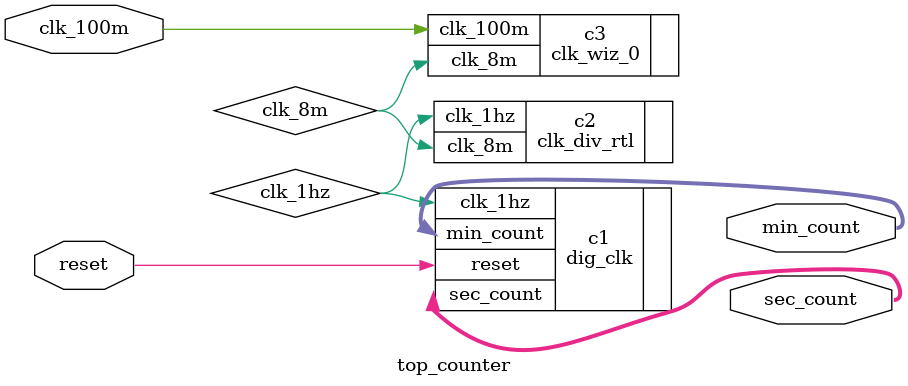
<source format=v>
`timescale 1ns / 1ps


module top_counter(
    input clk_100m,
    input reset,
    output [5:0] sec_count,
    output [5:0] min_count
    );
    wire clk_8m, clk_1hz;
      clk_wiz_0 c3
   (
    // Clock out ports
    .clk_8m(clk_8m),     // output clk_8m
   // Clock in ports
    .clk_100m(clk_100m));
    
    clk_div_rtl c2(.clk_8m(clk_8m),.clk_1hz(clk_1hz));
    
    dig_clk c1(.clk_1hz(clk_1hz), .reset(reset), .sec_count(sec_count), .min_count(min_count));
    
    
endmodule


</source>
